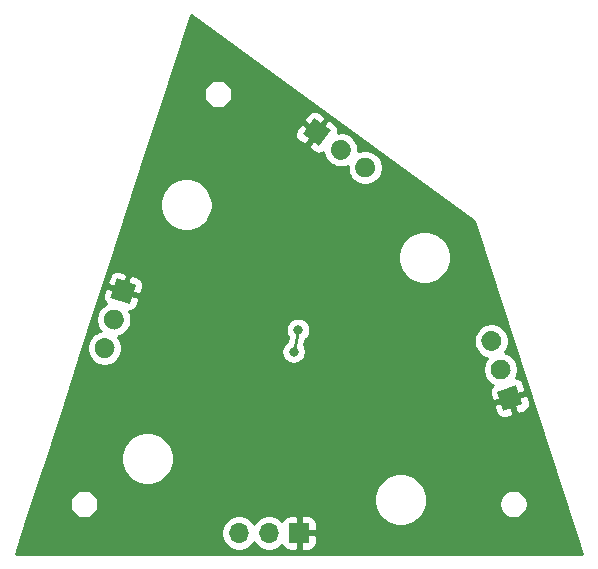
<source format=gbr>
%TF.GenerationSoftware,KiCad,Pcbnew,5.1.9*%
%TF.CreationDate,2021-01-25T14:03:35-05:00*%
%TF.ProjectId,penrosekite,70656e72-6f73-4656-9b69-74652e6b6963,rev?*%
%TF.SameCoordinates,Original*%
%TF.FileFunction,Copper,L2,Bot*%
%TF.FilePolarity,Positive*%
%FSLAX46Y46*%
G04 Gerber Fmt 4.6, Leading zero omitted, Abs format (unit mm)*
G04 Created by KiCad (PCBNEW 5.1.9) date 2021-01-25 14:03:35*
%MOMM*%
%LPD*%
G01*
G04 APERTURE LIST*
%TA.AperFunction,ComponentPad*%
%ADD10C,0.100000*%
%TD*%
%TA.AperFunction,ComponentPad*%
%ADD11R,1.700000X1.700000*%
%TD*%
%TA.AperFunction,ComponentPad*%
%ADD12O,1.700000X1.700000*%
%TD*%
%TA.AperFunction,ViaPad*%
%ADD13C,0.800000*%
%TD*%
%TA.AperFunction,Conductor*%
%ADD14C,0.250000*%
%TD*%
%TA.AperFunction,Conductor*%
%ADD15C,0.254000*%
%TD*%
%TA.AperFunction,Conductor*%
%ADD16C,0.100000*%
%TD*%
G04 APERTURE END LIST*
%TO.P,J1,3*%
%TO.N,Net-(D1-Pad2)*%
%TA.AperFunction,ComponentPad*%
G36*
G01*
X134957975Y-90311081D02*
X134957975Y-90311081D01*
G75*
G02*
X134769928Y-89123800I499617J687664D01*
G01*
X134769928Y-89123800D01*
G75*
G02*
X135957209Y-88935753I687664J-499617D01*
G01*
X135957209Y-88935753D01*
G75*
G02*
X136145256Y-90123034I-499617J-687664D01*
G01*
X136145256Y-90123034D01*
G75*
G02*
X134957975Y-90311081I-687664J499617D01*
G01*
G37*
%TD.AperFunction*%
%TO.P,J1,2*%
%TO.N,VCC*%
%TA.AperFunction,ComponentPad*%
G36*
G01*
X132903072Y-88818107D02*
X132903072Y-88818107D01*
G75*
G02*
X132715025Y-87630826I499617J687664D01*
G01*
X132715025Y-87630826D01*
G75*
G02*
X133902306Y-87442779I687664J-499617D01*
G01*
X133902306Y-87442779D01*
G75*
G02*
X134090353Y-88630060I-499617J-687664D01*
G01*
X134090353Y-88630060D01*
G75*
G02*
X132903072Y-88818107I-687664J499617D01*
G01*
G37*
%TD.AperFunction*%
%TA.AperFunction,ComponentPad*%
D10*
%TO.P,J1,1*%
%TO.N,GND*%
G36*
X131535833Y-87824750D02*
G01*
X130160504Y-86825515D01*
X131159739Y-85450186D01*
X132535068Y-86449421D01*
X131535833Y-87824750D01*
G37*
%TD.AperFunction*%
%TD*%
D11*
%TO.P,J2,1*%
%TO.N,GND*%
X129864584Y-120563941D03*
D12*
%TO.P,J2,2*%
%TO.N,VCC*%
X127324584Y-120563941D03*
%TO.P,J2,3*%
%TO.N,Net-(D2-Pad2)*%
X124784584Y-120563941D03*
%TD*%
%TA.AperFunction,ComponentPad*%
D10*
%TO.P,J3,1*%
%TO.N,GND*%
G36*
X148256663Y-108069166D02*
G01*
X148781991Y-109685962D01*
X147165195Y-110211290D01*
X146639867Y-108594494D01*
X148256663Y-108069166D01*
G37*
%TD.AperFunction*%
%TO.P,J3,2*%
%TO.N,VCC*%
%TA.AperFunction,ComponentPad*%
G36*
G01*
X147734424Y-106461880D02*
X147734424Y-106461880D01*
G75*
G02*
X147188690Y-107532942I-808398J-262664D01*
G01*
X147188690Y-107532942D01*
G75*
G02*
X146117628Y-106987208I-262664J808398D01*
G01*
X146117628Y-106987208D01*
G75*
G02*
X146663362Y-105916146I808398J262664D01*
G01*
X146663362Y-105916146D01*
G75*
G02*
X147734424Y-106461880I262664J-808398D01*
G01*
G37*
%TD.AperFunction*%
%TO.P,J3,3*%
%TO.N,Net-(D3-Pad4)*%
%TA.AperFunction,ComponentPad*%
G36*
G01*
X146949521Y-104046197D02*
X146949521Y-104046197D01*
G75*
G02*
X146403787Y-105117259I-808398J-262664D01*
G01*
X146403787Y-105117259D01*
G75*
G02*
X145332725Y-104571525I-262664J808398D01*
G01*
X145332725Y-104571525D01*
G75*
G02*
X145878459Y-103500463I808398J262664D01*
G01*
X145878459Y-103500463D01*
G75*
G02*
X146949521Y-104046197I262664J-808398D01*
G01*
G37*
%TD.AperFunction*%
%TD*%
%TO.P,J4,3*%
%TO.N,Net-(D4-Pad4)*%
%TA.AperFunction,ComponentPad*%
G36*
G01*
X112592545Y-104650301D02*
X112592545Y-104650301D01*
G75*
G02*
X113663607Y-104104567I808398J-262664D01*
G01*
X113663607Y-104104567D01*
G75*
G02*
X114209341Y-105175629I-262664J-808398D01*
G01*
X114209341Y-105175629D01*
G75*
G02*
X113138279Y-105721363I-808398J262664D01*
G01*
X113138279Y-105721363D01*
G75*
G02*
X112592545Y-104650301I262664J808398D01*
G01*
G37*
%TD.AperFunction*%
%TO.P,J4,2*%
%TO.N,VCC*%
%TA.AperFunction,ComponentPad*%
G36*
G01*
X113377448Y-102234618D02*
X113377448Y-102234618D01*
G75*
G02*
X114448510Y-101688884I808398J-262664D01*
G01*
X114448510Y-101688884D01*
G75*
G02*
X114994244Y-102759946I-262664J-808398D01*
G01*
X114994244Y-102759946D01*
G75*
G02*
X113923182Y-103305680I-808398J262664D01*
G01*
X113923182Y-103305680D01*
G75*
G02*
X113377448Y-102234618I262664J808398D01*
G01*
G37*
%TD.AperFunction*%
%TA.AperFunction,ComponentPad*%
%TO.P,J4,1*%
%TO.N,GND*%
G36*
X113899687Y-100627332D02*
G01*
X114425015Y-99010536D01*
X116041811Y-99535864D01*
X115516483Y-101152660D01*
X113899687Y-100627332D01*
G37*
%TD.AperFunction*%
%TD*%
D13*
%TO.N,GND*%
X114617500Y-107442000D03*
X120205500Y-101473000D03*
X124587000Y-115506500D03*
X128460500Y-116967000D03*
X141478000Y-109474000D03*
X130429000Y-90424000D03*
X132715000Y-93853000D03*
X143383000Y-104267000D03*
X125222000Y-108915200D03*
X134213600Y-100685600D03*
X136474200Y-108254800D03*
%TO.N,Net-(D3-Pad2)*%
X129794000Y-103378000D03*
X129413000Y-105219500D03*
%TD*%
D14*
%TO.N,Net-(D3-Pad2)*%
X129794000Y-103378000D02*
X129413000Y-105219500D01*
%TD*%
D15*
%TO.N,GND*%
X144690038Y-94139210D02*
X153849858Y-122314770D01*
X105879651Y-122339754D01*
X106504512Y-120417681D01*
X123299584Y-120417681D01*
X123299584Y-120710201D01*
X123356652Y-120997099D01*
X123468594Y-121267352D01*
X123631109Y-121510573D01*
X123837952Y-121717416D01*
X124081173Y-121879931D01*
X124351426Y-121991873D01*
X124638324Y-122048941D01*
X124930844Y-122048941D01*
X125217742Y-121991873D01*
X125487995Y-121879931D01*
X125731216Y-121717416D01*
X125938059Y-121510573D01*
X126054584Y-121336181D01*
X126171109Y-121510573D01*
X126377952Y-121717416D01*
X126621173Y-121879931D01*
X126891426Y-121991873D01*
X127178324Y-122048941D01*
X127470844Y-122048941D01*
X127757742Y-121991873D01*
X128027995Y-121879931D01*
X128271216Y-121717416D01*
X128403071Y-121585561D01*
X128425082Y-121658121D01*
X128484047Y-121768435D01*
X128563399Y-121865126D01*
X128660090Y-121944478D01*
X128770404Y-122003443D01*
X128890102Y-122039753D01*
X129014584Y-122052013D01*
X129578834Y-122048941D01*
X129737584Y-121890191D01*
X129737584Y-120690941D01*
X129991584Y-120690941D01*
X129991584Y-121890191D01*
X130150334Y-122048941D01*
X130714584Y-122052013D01*
X130839066Y-122039753D01*
X130958764Y-122003443D01*
X131069078Y-121944478D01*
X131165769Y-121865126D01*
X131245121Y-121768435D01*
X131304086Y-121658121D01*
X131340396Y-121538423D01*
X131352656Y-121413941D01*
X131349584Y-120849691D01*
X131190834Y-120690941D01*
X129991584Y-120690941D01*
X129737584Y-120690941D01*
X129717584Y-120690941D01*
X129717584Y-120436941D01*
X129737584Y-120436941D01*
X129737584Y-119237691D01*
X129991584Y-119237691D01*
X129991584Y-120436941D01*
X131190834Y-120436941D01*
X131349584Y-120278191D01*
X131352656Y-119713941D01*
X131340396Y-119589459D01*
X131304086Y-119469761D01*
X131245121Y-119359447D01*
X131165769Y-119262756D01*
X131069078Y-119183404D01*
X130958764Y-119124439D01*
X130839066Y-119088129D01*
X130714584Y-119075869D01*
X130150334Y-119078941D01*
X129991584Y-119237691D01*
X129737584Y-119237691D01*
X129578834Y-119078941D01*
X129014584Y-119075869D01*
X128890102Y-119088129D01*
X128770404Y-119124439D01*
X128660090Y-119183404D01*
X128563399Y-119262756D01*
X128484047Y-119359447D01*
X128425082Y-119469761D01*
X128403071Y-119542321D01*
X128271216Y-119410466D01*
X128027995Y-119247951D01*
X127757742Y-119136009D01*
X127470844Y-119078941D01*
X127178324Y-119078941D01*
X126891426Y-119136009D01*
X126621173Y-119247951D01*
X126377952Y-119410466D01*
X126171109Y-119617309D01*
X126054584Y-119791701D01*
X125938059Y-119617309D01*
X125731216Y-119410466D01*
X125487995Y-119247951D01*
X125217742Y-119136009D01*
X124930844Y-119078941D01*
X124638324Y-119078941D01*
X124351426Y-119136009D01*
X124081173Y-119247951D01*
X123837952Y-119410466D01*
X123631109Y-119617309D01*
X123468594Y-119860530D01*
X123356652Y-120130783D01*
X123299584Y-120417681D01*
X106504512Y-120417681D01*
X107293478Y-117990825D01*
X110448400Y-117990825D01*
X110448400Y-118229175D01*
X110494899Y-118462944D01*
X110586112Y-118683150D01*
X110718531Y-118881330D01*
X110887070Y-119049869D01*
X111085250Y-119182288D01*
X111305456Y-119273501D01*
X111539225Y-119320000D01*
X111777575Y-119320000D01*
X112011344Y-119273501D01*
X112231550Y-119182288D01*
X112429730Y-119049869D01*
X112598269Y-118881330D01*
X112730688Y-118683150D01*
X112821901Y-118462944D01*
X112868400Y-118229175D01*
X112868400Y-117990825D01*
X112821901Y-117757056D01*
X112730688Y-117536850D01*
X112730376Y-117536382D01*
X136214071Y-117536382D01*
X136214071Y-117976638D01*
X136299961Y-118408435D01*
X136468440Y-118815179D01*
X136713033Y-119181239D01*
X137024342Y-119492548D01*
X137390402Y-119737141D01*
X137797146Y-119905620D01*
X138228943Y-119991510D01*
X138669199Y-119991510D01*
X139100996Y-119905620D01*
X139507740Y-119737141D01*
X139873800Y-119492548D01*
X140185109Y-119181239D01*
X140429702Y-118815179D01*
X140598181Y-118408435D01*
X140681249Y-117990825D01*
X146795800Y-117990825D01*
X146795800Y-118229175D01*
X146842299Y-118462944D01*
X146933512Y-118683150D01*
X147065931Y-118881330D01*
X147234470Y-119049869D01*
X147432650Y-119182288D01*
X147652856Y-119273501D01*
X147886625Y-119320000D01*
X148124975Y-119320000D01*
X148358744Y-119273501D01*
X148578950Y-119182288D01*
X148777130Y-119049869D01*
X148945669Y-118881330D01*
X149078088Y-118683150D01*
X149169301Y-118462944D01*
X149215800Y-118229175D01*
X149215800Y-117990825D01*
X149169301Y-117757056D01*
X149078088Y-117536850D01*
X148945669Y-117338670D01*
X148777130Y-117170131D01*
X148578950Y-117037712D01*
X148358744Y-116946499D01*
X148124975Y-116900000D01*
X147886625Y-116900000D01*
X147652856Y-116946499D01*
X147432650Y-117037712D01*
X147234470Y-117170131D01*
X147065931Y-117338670D01*
X146933512Y-117536850D01*
X146842299Y-117757056D01*
X146795800Y-117990825D01*
X140681249Y-117990825D01*
X140684071Y-117976638D01*
X140684071Y-117536382D01*
X140598181Y-117104585D01*
X140429702Y-116697841D01*
X140185109Y-116331781D01*
X139873800Y-116020472D01*
X139507740Y-115775879D01*
X139100996Y-115607400D01*
X138669199Y-115521510D01*
X138228943Y-115521510D01*
X137797146Y-115607400D01*
X137390402Y-115775879D01*
X137024342Y-116020472D01*
X136713033Y-116331781D01*
X136468440Y-116697841D01*
X136299961Y-117104585D01*
X136214071Y-117536382D01*
X112730376Y-117536382D01*
X112598269Y-117338670D01*
X112429730Y-117170131D01*
X112231550Y-117037712D01*
X112011344Y-116946499D01*
X111777575Y-116900000D01*
X111539225Y-116900000D01*
X111305456Y-116946499D01*
X111085250Y-117037712D01*
X110887070Y-117170131D01*
X110718531Y-117338670D01*
X110586112Y-117536850D01*
X110494899Y-117757056D01*
X110448400Y-117990825D01*
X107293478Y-117990825D01*
X108578410Y-114038375D01*
X114767922Y-114038375D01*
X114767922Y-114478631D01*
X114853812Y-114910428D01*
X115022291Y-115317172D01*
X115266884Y-115683232D01*
X115578193Y-115994541D01*
X115944253Y-116239134D01*
X116350997Y-116407613D01*
X116782794Y-116493503D01*
X117223050Y-116493503D01*
X117654847Y-116407613D01*
X118061591Y-116239134D01*
X118427651Y-115994541D01*
X118738960Y-115683232D01*
X118983553Y-115317172D01*
X119152032Y-114910428D01*
X119237922Y-114478631D01*
X119237922Y-114038375D01*
X119152032Y-113606578D01*
X118983553Y-113199834D01*
X118738960Y-112833774D01*
X118427651Y-112522465D01*
X118061591Y-112277872D01*
X117654847Y-112109393D01*
X117223050Y-112023503D01*
X116782794Y-112023503D01*
X116350997Y-112109393D01*
X115944253Y-112277872D01*
X115578193Y-112522465D01*
X115266884Y-112833774D01*
X115022291Y-113199834D01*
X114853812Y-113606578D01*
X114767922Y-114038375D01*
X108578410Y-114038375D01*
X109933252Y-109870883D01*
X146386912Y-109870883D01*
X146558353Y-110408466D01*
X146608480Y-110523066D01*
X146680001Y-110625686D01*
X146770169Y-110712379D01*
X146875517Y-110779817D01*
X146991997Y-110825406D01*
X147115133Y-110847396D01*
X147240193Y-110844940D01*
X147362370Y-110818133D01*
X147898055Y-110640849D01*
X147999979Y-110440812D01*
X147629390Y-109300257D01*
X146488835Y-109670846D01*
X146386912Y-109870883D01*
X109933252Y-109870883D01*
X111592609Y-104766705D01*
X111915943Y-104766705D01*
X111915943Y-105059225D01*
X111973011Y-105346123D01*
X112084953Y-105616376D01*
X112247468Y-105859597D01*
X112454311Y-106066440D01*
X112697532Y-106228955D01*
X112967785Y-106340897D01*
X113254683Y-106397965D01*
X113547203Y-106397965D01*
X113834101Y-106340897D01*
X114104354Y-106228955D01*
X114347575Y-106066440D01*
X114554418Y-105859597D01*
X114716933Y-105616376D01*
X114828875Y-105346123D01*
X114874339Y-105117561D01*
X128378000Y-105117561D01*
X128378000Y-105321439D01*
X128417774Y-105521398D01*
X128495795Y-105709756D01*
X128609063Y-105879274D01*
X128753226Y-106023437D01*
X128922744Y-106136705D01*
X129111102Y-106214726D01*
X129311061Y-106254500D01*
X129514939Y-106254500D01*
X129714898Y-106214726D01*
X129903256Y-106136705D01*
X130072774Y-106023437D01*
X130216937Y-105879274D01*
X130330205Y-105709756D01*
X130408226Y-105521398D01*
X130448000Y-105321439D01*
X130448000Y-105117561D01*
X130408226Y-104917602D01*
X130330205Y-104729244D01*
X130299909Y-104683902D01*
X130395741Y-104220713D01*
X130453774Y-104181937D01*
X130473110Y-104162601D01*
X144656123Y-104162601D01*
X144656123Y-104455121D01*
X144713191Y-104742019D01*
X144825133Y-105012272D01*
X144987648Y-105255493D01*
X145194491Y-105462336D01*
X145437712Y-105624851D01*
X145707965Y-105736793D01*
X145796132Y-105754331D01*
X145772551Y-105777912D01*
X145610036Y-106021133D01*
X145498094Y-106291386D01*
X145441026Y-106578284D01*
X145441026Y-106870804D01*
X145498094Y-107157702D01*
X145610036Y-107427955D01*
X145772551Y-107671176D01*
X145979394Y-107878019D01*
X146222615Y-108040534D01*
X146286293Y-108066910D01*
X146225471Y-108109300D01*
X146138778Y-108199468D01*
X146071340Y-108304816D01*
X146025751Y-108421296D01*
X146003761Y-108544432D01*
X146006217Y-108669492D01*
X146033024Y-108791669D01*
X146210308Y-109327354D01*
X146410345Y-109429278D01*
X147048997Y-109221767D01*
X147870958Y-109221767D01*
X148241547Y-110362322D01*
X148441584Y-110464245D01*
X148979167Y-110292804D01*
X149093767Y-110242677D01*
X149196387Y-110171156D01*
X149283080Y-110080988D01*
X149350518Y-109975640D01*
X149396107Y-109859160D01*
X149418097Y-109736024D01*
X149415641Y-109610964D01*
X149388834Y-109488787D01*
X149211550Y-108953102D01*
X149011513Y-108851178D01*
X147870958Y-109221767D01*
X147048997Y-109221767D01*
X147550900Y-109058689D01*
X147544719Y-109039667D01*
X147786288Y-108961178D01*
X147792468Y-108980199D01*
X148933023Y-108609610D01*
X149034946Y-108409573D01*
X148863505Y-107871990D01*
X148813378Y-107757390D01*
X148741857Y-107654770D01*
X148651689Y-107568077D01*
X148546341Y-107500639D01*
X148429861Y-107455050D01*
X148306725Y-107433060D01*
X148237699Y-107434416D01*
X148242016Y-107427955D01*
X148353958Y-107157702D01*
X148411026Y-106870804D01*
X148411026Y-106578284D01*
X148353958Y-106291386D01*
X148242016Y-106021133D01*
X148079501Y-105777912D01*
X147872658Y-105571069D01*
X147629437Y-105408554D01*
X147359184Y-105296612D01*
X147271017Y-105279074D01*
X147294598Y-105255493D01*
X147457113Y-105012272D01*
X147569055Y-104742019D01*
X147626123Y-104455121D01*
X147626123Y-104162601D01*
X147569055Y-103875703D01*
X147457113Y-103605450D01*
X147294598Y-103362229D01*
X147087755Y-103155386D01*
X146844534Y-102992871D01*
X146574281Y-102880929D01*
X146287383Y-102823861D01*
X145994863Y-102823861D01*
X145707965Y-102880929D01*
X145437712Y-102992871D01*
X145194491Y-103155386D01*
X144987648Y-103362229D01*
X144825133Y-103605450D01*
X144713191Y-103875703D01*
X144656123Y-104162601D01*
X130473110Y-104162601D01*
X130597937Y-104037774D01*
X130711205Y-103868256D01*
X130789226Y-103679898D01*
X130829000Y-103479939D01*
X130829000Y-103276061D01*
X130789226Y-103076102D01*
X130711205Y-102887744D01*
X130597937Y-102718226D01*
X130453774Y-102574063D01*
X130284256Y-102460795D01*
X130095898Y-102382774D01*
X129895939Y-102343000D01*
X129692061Y-102343000D01*
X129492102Y-102382774D01*
X129303744Y-102460795D01*
X129134226Y-102574063D01*
X128990063Y-102718226D01*
X128876795Y-102887744D01*
X128798774Y-103076102D01*
X128759000Y-103276061D01*
X128759000Y-103479939D01*
X128798774Y-103679898D01*
X128876795Y-103868256D01*
X128907091Y-103913598D01*
X128811259Y-104376787D01*
X128753226Y-104415563D01*
X128609063Y-104559726D01*
X128495795Y-104729244D01*
X128417774Y-104917602D01*
X128378000Y-105117561D01*
X114874339Y-105117561D01*
X114885943Y-105059225D01*
X114885943Y-104766705D01*
X114828875Y-104479807D01*
X114716933Y-104209554D01*
X114554418Y-103966333D01*
X114530837Y-103942752D01*
X114619004Y-103925214D01*
X114889257Y-103813272D01*
X115132478Y-103650757D01*
X115339321Y-103443914D01*
X115501836Y-103200693D01*
X115613778Y-102930440D01*
X115670846Y-102643542D01*
X115670846Y-102351022D01*
X115613778Y-102064124D01*
X115501836Y-101793871D01*
X115497519Y-101787410D01*
X115566545Y-101788766D01*
X115689681Y-101766776D01*
X115806161Y-101721187D01*
X115911509Y-101653749D01*
X116001677Y-101567056D01*
X116073198Y-101464436D01*
X116123325Y-101349836D01*
X116294766Y-100812253D01*
X116192843Y-100612216D01*
X115052288Y-100241627D01*
X115046108Y-100260648D01*
X114804539Y-100182159D01*
X114810720Y-100163137D01*
X114308818Y-100000059D01*
X115130778Y-100000059D01*
X116271333Y-100370648D01*
X116471370Y-100268724D01*
X116648654Y-99733039D01*
X116675461Y-99610862D01*
X116677917Y-99485802D01*
X116655927Y-99362666D01*
X116610338Y-99246186D01*
X116542900Y-99140838D01*
X116456207Y-99050670D01*
X116353587Y-98979149D01*
X116238987Y-98929022D01*
X115701404Y-98757581D01*
X115501367Y-98859504D01*
X115130778Y-100000059D01*
X114308818Y-100000059D01*
X113670165Y-99792548D01*
X113470128Y-99894472D01*
X113292844Y-100430157D01*
X113266037Y-100552334D01*
X113263581Y-100677394D01*
X113285571Y-100800530D01*
X113331160Y-100917010D01*
X113398598Y-101022358D01*
X113485291Y-101112526D01*
X113546113Y-101154916D01*
X113482435Y-101181292D01*
X113239214Y-101343807D01*
X113032371Y-101550650D01*
X112869856Y-101793871D01*
X112757914Y-102064124D01*
X112700846Y-102351022D01*
X112700846Y-102643542D01*
X112757914Y-102930440D01*
X112869856Y-103200693D01*
X113032371Y-103443914D01*
X113055952Y-103467495D01*
X112967785Y-103485033D01*
X112697532Y-103596975D01*
X112454311Y-103759490D01*
X112247468Y-103966333D01*
X112084953Y-104209554D01*
X111973011Y-104479807D01*
X111915943Y-104766705D01*
X111592609Y-104766705D01*
X113353261Y-99350943D01*
X113646732Y-99350943D01*
X113748655Y-99550980D01*
X114889210Y-99921569D01*
X115259799Y-98781014D01*
X115157875Y-98580977D01*
X114622190Y-98403693D01*
X114500013Y-98376886D01*
X114374953Y-98374430D01*
X114251817Y-98396420D01*
X114135337Y-98442009D01*
X114029989Y-98509447D01*
X113939821Y-98596140D01*
X113868300Y-98698760D01*
X113818173Y-98813360D01*
X113646732Y-99350943D01*
X113353261Y-99350943D01*
X114119952Y-96992602D01*
X138229415Y-96992602D01*
X138229415Y-97432858D01*
X138315305Y-97864655D01*
X138483784Y-98271399D01*
X138728377Y-98637459D01*
X139039686Y-98948768D01*
X139405746Y-99193361D01*
X139812490Y-99361840D01*
X140244287Y-99447730D01*
X140684543Y-99447730D01*
X141116340Y-99361840D01*
X141523084Y-99193361D01*
X141889144Y-98948768D01*
X142200453Y-98637459D01*
X142445046Y-98271399D01*
X142613525Y-97864655D01*
X142699415Y-97432858D01*
X142699415Y-96992602D01*
X142613525Y-96560805D01*
X142445046Y-96154061D01*
X142200453Y-95788001D01*
X141889144Y-95476692D01*
X141523084Y-95232099D01*
X141116340Y-95063620D01*
X140684543Y-94977730D01*
X140244287Y-94977730D01*
X139812490Y-95063620D01*
X139405746Y-95232099D01*
X139039686Y-95476692D01*
X138728377Y-95788001D01*
X138483784Y-96154061D01*
X138315305Y-96560805D01*
X138229415Y-96992602D01*
X114119952Y-96992602D01*
X115560678Y-92560932D01*
X118068344Y-92560932D01*
X118068344Y-93001188D01*
X118154234Y-93432985D01*
X118322713Y-93839729D01*
X118567306Y-94205789D01*
X118878615Y-94517098D01*
X119244675Y-94761691D01*
X119651419Y-94930170D01*
X120083216Y-95016060D01*
X120523472Y-95016060D01*
X120955269Y-94930170D01*
X121362013Y-94761691D01*
X121728073Y-94517098D01*
X122039382Y-94205789D01*
X122283975Y-93839729D01*
X122452454Y-93432985D01*
X122538344Y-93001188D01*
X122538344Y-92560932D01*
X122452454Y-92129135D01*
X122283975Y-91722391D01*
X122039382Y-91356331D01*
X121728073Y-91045022D01*
X121362013Y-90800429D01*
X120955269Y-90631950D01*
X120523472Y-90546060D01*
X120083216Y-90546060D01*
X119651419Y-90631950D01*
X119244675Y-90800429D01*
X118878615Y-91045022D01*
X118567306Y-91356331D01*
X118322713Y-91722391D01*
X118154234Y-92129135D01*
X118068344Y-92560932D01*
X115560678Y-92560932D01*
X117113298Y-87785076D01*
X130670981Y-87785076D01*
X130706102Y-88006818D01*
X131160784Y-88340961D01*
X131268698Y-88404211D01*
X131386878Y-88445192D01*
X131510783Y-88462330D01*
X131635649Y-88454966D01*
X131756680Y-88423383D01*
X131869225Y-88368796D01*
X131927268Y-88324859D01*
X131974757Y-88563601D01*
X132086699Y-88833854D01*
X132249214Y-89077075D01*
X132456057Y-89283918D01*
X132699278Y-89446433D01*
X132969531Y-89558375D01*
X133256429Y-89615443D01*
X133548949Y-89615443D01*
X133835847Y-89558375D01*
X133972592Y-89501734D01*
X133972592Y-89769677D01*
X134029660Y-90056575D01*
X134141602Y-90326828D01*
X134304117Y-90570049D01*
X134510960Y-90776892D01*
X134754181Y-90939407D01*
X135024434Y-91051349D01*
X135311332Y-91108417D01*
X135603852Y-91108417D01*
X135890750Y-91051349D01*
X136161003Y-90939407D01*
X136404224Y-90776892D01*
X136611067Y-90570049D01*
X136773582Y-90326828D01*
X136885524Y-90056575D01*
X136942592Y-89769677D01*
X136942592Y-89477157D01*
X136885524Y-89190259D01*
X136773582Y-88920006D01*
X136611067Y-88676785D01*
X136404224Y-88469942D01*
X136161003Y-88307427D01*
X135890750Y-88195485D01*
X135603852Y-88138417D01*
X135311332Y-88138417D01*
X135024434Y-88195485D01*
X134887689Y-88252126D01*
X134887689Y-87984183D01*
X134830621Y-87697285D01*
X134718679Y-87427032D01*
X134556164Y-87183811D01*
X134349321Y-86976968D01*
X134106100Y-86814453D01*
X133835847Y-86702511D01*
X133548949Y-86645443D01*
X133256429Y-86645443D01*
X133130503Y-86670491D01*
X133155510Y-86598376D01*
X133172648Y-86474471D01*
X133165284Y-86349605D01*
X133133701Y-86228574D01*
X133079114Y-86116029D01*
X133003619Y-86016297D01*
X132910117Y-85933210D01*
X132451824Y-85604037D01*
X132230081Y-85639158D01*
X131525180Y-86609372D01*
X131541360Y-86621127D01*
X131392063Y-86826618D01*
X131375882Y-86814862D01*
X130670981Y-87785076D01*
X117113298Y-87785076D01*
X117433393Y-86800465D01*
X129522924Y-86800465D01*
X129530288Y-86925331D01*
X129561871Y-87046362D01*
X129616458Y-87158907D01*
X129691953Y-87258639D01*
X129785455Y-87341726D01*
X130243748Y-87670899D01*
X130465491Y-87635778D01*
X131170392Y-86665564D01*
X130200178Y-85960663D01*
X129978436Y-85995784D01*
X129644293Y-86450466D01*
X129581043Y-86558380D01*
X129540062Y-86676560D01*
X129522924Y-86800465D01*
X117433393Y-86800465D01*
X117845303Y-85533430D01*
X130314355Y-85533430D01*
X130349476Y-85755173D01*
X131319690Y-86460074D01*
X132024591Y-85489860D01*
X131989470Y-85268118D01*
X131534788Y-84933975D01*
X131426874Y-84870725D01*
X131308694Y-84829744D01*
X131184789Y-84812606D01*
X131059923Y-84819970D01*
X130938892Y-84851553D01*
X130826347Y-84906140D01*
X130726615Y-84981635D01*
X130643528Y-85075137D01*
X130314355Y-85533430D01*
X117845303Y-85533430D01*
X118581457Y-83269025D01*
X121802200Y-83269025D01*
X121802200Y-83507375D01*
X121848699Y-83741144D01*
X121939912Y-83961350D01*
X122072331Y-84159530D01*
X122240870Y-84328069D01*
X122439050Y-84460488D01*
X122659256Y-84551701D01*
X122893025Y-84598200D01*
X123131375Y-84598200D01*
X123365144Y-84551701D01*
X123585350Y-84460488D01*
X123783530Y-84328069D01*
X123952069Y-84159530D01*
X124084488Y-83961350D01*
X124175701Y-83741144D01*
X124222200Y-83507375D01*
X124222200Y-83269025D01*
X124175701Y-83035256D01*
X124084488Y-82815050D01*
X123952069Y-82616870D01*
X123783530Y-82448331D01*
X123585350Y-82315912D01*
X123365144Y-82224699D01*
X123131375Y-82178200D01*
X122893025Y-82178200D01*
X122659256Y-82224699D01*
X122439050Y-82315912D01*
X122240870Y-82448331D01*
X122072331Y-82616870D01*
X121939912Y-82815050D01*
X121848699Y-83035256D01*
X121802200Y-83269025D01*
X118581457Y-83269025D01*
X120705684Y-76734910D01*
X144690038Y-94139210D01*
%TA.AperFunction,Conductor*%
D16*
G36*
X144690038Y-94139210D02*
G01*
X153849858Y-122314770D01*
X105879651Y-122339754D01*
X106504512Y-120417681D01*
X123299584Y-120417681D01*
X123299584Y-120710201D01*
X123356652Y-120997099D01*
X123468594Y-121267352D01*
X123631109Y-121510573D01*
X123837952Y-121717416D01*
X124081173Y-121879931D01*
X124351426Y-121991873D01*
X124638324Y-122048941D01*
X124930844Y-122048941D01*
X125217742Y-121991873D01*
X125487995Y-121879931D01*
X125731216Y-121717416D01*
X125938059Y-121510573D01*
X126054584Y-121336181D01*
X126171109Y-121510573D01*
X126377952Y-121717416D01*
X126621173Y-121879931D01*
X126891426Y-121991873D01*
X127178324Y-122048941D01*
X127470844Y-122048941D01*
X127757742Y-121991873D01*
X128027995Y-121879931D01*
X128271216Y-121717416D01*
X128403071Y-121585561D01*
X128425082Y-121658121D01*
X128484047Y-121768435D01*
X128563399Y-121865126D01*
X128660090Y-121944478D01*
X128770404Y-122003443D01*
X128890102Y-122039753D01*
X129014584Y-122052013D01*
X129578834Y-122048941D01*
X129737584Y-121890191D01*
X129737584Y-120690941D01*
X129991584Y-120690941D01*
X129991584Y-121890191D01*
X130150334Y-122048941D01*
X130714584Y-122052013D01*
X130839066Y-122039753D01*
X130958764Y-122003443D01*
X131069078Y-121944478D01*
X131165769Y-121865126D01*
X131245121Y-121768435D01*
X131304086Y-121658121D01*
X131340396Y-121538423D01*
X131352656Y-121413941D01*
X131349584Y-120849691D01*
X131190834Y-120690941D01*
X129991584Y-120690941D01*
X129737584Y-120690941D01*
X129717584Y-120690941D01*
X129717584Y-120436941D01*
X129737584Y-120436941D01*
X129737584Y-119237691D01*
X129991584Y-119237691D01*
X129991584Y-120436941D01*
X131190834Y-120436941D01*
X131349584Y-120278191D01*
X131352656Y-119713941D01*
X131340396Y-119589459D01*
X131304086Y-119469761D01*
X131245121Y-119359447D01*
X131165769Y-119262756D01*
X131069078Y-119183404D01*
X130958764Y-119124439D01*
X130839066Y-119088129D01*
X130714584Y-119075869D01*
X130150334Y-119078941D01*
X129991584Y-119237691D01*
X129737584Y-119237691D01*
X129578834Y-119078941D01*
X129014584Y-119075869D01*
X128890102Y-119088129D01*
X128770404Y-119124439D01*
X128660090Y-119183404D01*
X128563399Y-119262756D01*
X128484047Y-119359447D01*
X128425082Y-119469761D01*
X128403071Y-119542321D01*
X128271216Y-119410466D01*
X128027995Y-119247951D01*
X127757742Y-119136009D01*
X127470844Y-119078941D01*
X127178324Y-119078941D01*
X126891426Y-119136009D01*
X126621173Y-119247951D01*
X126377952Y-119410466D01*
X126171109Y-119617309D01*
X126054584Y-119791701D01*
X125938059Y-119617309D01*
X125731216Y-119410466D01*
X125487995Y-119247951D01*
X125217742Y-119136009D01*
X124930844Y-119078941D01*
X124638324Y-119078941D01*
X124351426Y-119136009D01*
X124081173Y-119247951D01*
X123837952Y-119410466D01*
X123631109Y-119617309D01*
X123468594Y-119860530D01*
X123356652Y-120130783D01*
X123299584Y-120417681D01*
X106504512Y-120417681D01*
X107293478Y-117990825D01*
X110448400Y-117990825D01*
X110448400Y-118229175D01*
X110494899Y-118462944D01*
X110586112Y-118683150D01*
X110718531Y-118881330D01*
X110887070Y-119049869D01*
X111085250Y-119182288D01*
X111305456Y-119273501D01*
X111539225Y-119320000D01*
X111777575Y-119320000D01*
X112011344Y-119273501D01*
X112231550Y-119182288D01*
X112429730Y-119049869D01*
X112598269Y-118881330D01*
X112730688Y-118683150D01*
X112821901Y-118462944D01*
X112868400Y-118229175D01*
X112868400Y-117990825D01*
X112821901Y-117757056D01*
X112730688Y-117536850D01*
X112730376Y-117536382D01*
X136214071Y-117536382D01*
X136214071Y-117976638D01*
X136299961Y-118408435D01*
X136468440Y-118815179D01*
X136713033Y-119181239D01*
X137024342Y-119492548D01*
X137390402Y-119737141D01*
X137797146Y-119905620D01*
X138228943Y-119991510D01*
X138669199Y-119991510D01*
X139100996Y-119905620D01*
X139507740Y-119737141D01*
X139873800Y-119492548D01*
X140185109Y-119181239D01*
X140429702Y-118815179D01*
X140598181Y-118408435D01*
X140681249Y-117990825D01*
X146795800Y-117990825D01*
X146795800Y-118229175D01*
X146842299Y-118462944D01*
X146933512Y-118683150D01*
X147065931Y-118881330D01*
X147234470Y-119049869D01*
X147432650Y-119182288D01*
X147652856Y-119273501D01*
X147886625Y-119320000D01*
X148124975Y-119320000D01*
X148358744Y-119273501D01*
X148578950Y-119182288D01*
X148777130Y-119049869D01*
X148945669Y-118881330D01*
X149078088Y-118683150D01*
X149169301Y-118462944D01*
X149215800Y-118229175D01*
X149215800Y-117990825D01*
X149169301Y-117757056D01*
X149078088Y-117536850D01*
X148945669Y-117338670D01*
X148777130Y-117170131D01*
X148578950Y-117037712D01*
X148358744Y-116946499D01*
X148124975Y-116900000D01*
X147886625Y-116900000D01*
X147652856Y-116946499D01*
X147432650Y-117037712D01*
X147234470Y-117170131D01*
X147065931Y-117338670D01*
X146933512Y-117536850D01*
X146842299Y-117757056D01*
X146795800Y-117990825D01*
X140681249Y-117990825D01*
X140684071Y-117976638D01*
X140684071Y-117536382D01*
X140598181Y-117104585D01*
X140429702Y-116697841D01*
X140185109Y-116331781D01*
X139873800Y-116020472D01*
X139507740Y-115775879D01*
X139100996Y-115607400D01*
X138669199Y-115521510D01*
X138228943Y-115521510D01*
X137797146Y-115607400D01*
X137390402Y-115775879D01*
X137024342Y-116020472D01*
X136713033Y-116331781D01*
X136468440Y-116697841D01*
X136299961Y-117104585D01*
X136214071Y-117536382D01*
X112730376Y-117536382D01*
X112598269Y-117338670D01*
X112429730Y-117170131D01*
X112231550Y-117037712D01*
X112011344Y-116946499D01*
X111777575Y-116900000D01*
X111539225Y-116900000D01*
X111305456Y-116946499D01*
X111085250Y-117037712D01*
X110887070Y-117170131D01*
X110718531Y-117338670D01*
X110586112Y-117536850D01*
X110494899Y-117757056D01*
X110448400Y-117990825D01*
X107293478Y-117990825D01*
X108578410Y-114038375D01*
X114767922Y-114038375D01*
X114767922Y-114478631D01*
X114853812Y-114910428D01*
X115022291Y-115317172D01*
X115266884Y-115683232D01*
X115578193Y-115994541D01*
X115944253Y-116239134D01*
X116350997Y-116407613D01*
X116782794Y-116493503D01*
X117223050Y-116493503D01*
X117654847Y-116407613D01*
X118061591Y-116239134D01*
X118427651Y-115994541D01*
X118738960Y-115683232D01*
X118983553Y-115317172D01*
X119152032Y-114910428D01*
X119237922Y-114478631D01*
X119237922Y-114038375D01*
X119152032Y-113606578D01*
X118983553Y-113199834D01*
X118738960Y-112833774D01*
X118427651Y-112522465D01*
X118061591Y-112277872D01*
X117654847Y-112109393D01*
X117223050Y-112023503D01*
X116782794Y-112023503D01*
X116350997Y-112109393D01*
X115944253Y-112277872D01*
X115578193Y-112522465D01*
X115266884Y-112833774D01*
X115022291Y-113199834D01*
X114853812Y-113606578D01*
X114767922Y-114038375D01*
X108578410Y-114038375D01*
X109933252Y-109870883D01*
X146386912Y-109870883D01*
X146558353Y-110408466D01*
X146608480Y-110523066D01*
X146680001Y-110625686D01*
X146770169Y-110712379D01*
X146875517Y-110779817D01*
X146991997Y-110825406D01*
X147115133Y-110847396D01*
X147240193Y-110844940D01*
X147362370Y-110818133D01*
X147898055Y-110640849D01*
X147999979Y-110440812D01*
X147629390Y-109300257D01*
X146488835Y-109670846D01*
X146386912Y-109870883D01*
X109933252Y-109870883D01*
X111592609Y-104766705D01*
X111915943Y-104766705D01*
X111915943Y-105059225D01*
X111973011Y-105346123D01*
X112084953Y-105616376D01*
X112247468Y-105859597D01*
X112454311Y-106066440D01*
X112697532Y-106228955D01*
X112967785Y-106340897D01*
X113254683Y-106397965D01*
X113547203Y-106397965D01*
X113834101Y-106340897D01*
X114104354Y-106228955D01*
X114347575Y-106066440D01*
X114554418Y-105859597D01*
X114716933Y-105616376D01*
X114828875Y-105346123D01*
X114874339Y-105117561D01*
X128378000Y-105117561D01*
X128378000Y-105321439D01*
X128417774Y-105521398D01*
X128495795Y-105709756D01*
X128609063Y-105879274D01*
X128753226Y-106023437D01*
X128922744Y-106136705D01*
X129111102Y-106214726D01*
X129311061Y-106254500D01*
X129514939Y-106254500D01*
X129714898Y-106214726D01*
X129903256Y-106136705D01*
X130072774Y-106023437D01*
X130216937Y-105879274D01*
X130330205Y-105709756D01*
X130408226Y-105521398D01*
X130448000Y-105321439D01*
X130448000Y-105117561D01*
X130408226Y-104917602D01*
X130330205Y-104729244D01*
X130299909Y-104683902D01*
X130395741Y-104220713D01*
X130453774Y-104181937D01*
X130473110Y-104162601D01*
X144656123Y-104162601D01*
X144656123Y-104455121D01*
X144713191Y-104742019D01*
X144825133Y-105012272D01*
X144987648Y-105255493D01*
X145194491Y-105462336D01*
X145437712Y-105624851D01*
X145707965Y-105736793D01*
X145796132Y-105754331D01*
X145772551Y-105777912D01*
X145610036Y-106021133D01*
X145498094Y-106291386D01*
X145441026Y-106578284D01*
X145441026Y-106870804D01*
X145498094Y-107157702D01*
X145610036Y-107427955D01*
X145772551Y-107671176D01*
X145979394Y-107878019D01*
X146222615Y-108040534D01*
X146286293Y-108066910D01*
X146225471Y-108109300D01*
X146138778Y-108199468D01*
X146071340Y-108304816D01*
X146025751Y-108421296D01*
X146003761Y-108544432D01*
X146006217Y-108669492D01*
X146033024Y-108791669D01*
X146210308Y-109327354D01*
X146410345Y-109429278D01*
X147048997Y-109221767D01*
X147870958Y-109221767D01*
X148241547Y-110362322D01*
X148441584Y-110464245D01*
X148979167Y-110292804D01*
X149093767Y-110242677D01*
X149196387Y-110171156D01*
X149283080Y-110080988D01*
X149350518Y-109975640D01*
X149396107Y-109859160D01*
X149418097Y-109736024D01*
X149415641Y-109610964D01*
X149388834Y-109488787D01*
X149211550Y-108953102D01*
X149011513Y-108851178D01*
X147870958Y-109221767D01*
X147048997Y-109221767D01*
X147550900Y-109058689D01*
X147544719Y-109039667D01*
X147786288Y-108961178D01*
X147792468Y-108980199D01*
X148933023Y-108609610D01*
X149034946Y-108409573D01*
X148863505Y-107871990D01*
X148813378Y-107757390D01*
X148741857Y-107654770D01*
X148651689Y-107568077D01*
X148546341Y-107500639D01*
X148429861Y-107455050D01*
X148306725Y-107433060D01*
X148237699Y-107434416D01*
X148242016Y-107427955D01*
X148353958Y-107157702D01*
X148411026Y-106870804D01*
X148411026Y-106578284D01*
X148353958Y-106291386D01*
X148242016Y-106021133D01*
X148079501Y-105777912D01*
X147872658Y-105571069D01*
X147629437Y-105408554D01*
X147359184Y-105296612D01*
X147271017Y-105279074D01*
X147294598Y-105255493D01*
X147457113Y-105012272D01*
X147569055Y-104742019D01*
X147626123Y-104455121D01*
X147626123Y-104162601D01*
X147569055Y-103875703D01*
X147457113Y-103605450D01*
X147294598Y-103362229D01*
X147087755Y-103155386D01*
X146844534Y-102992871D01*
X146574281Y-102880929D01*
X146287383Y-102823861D01*
X145994863Y-102823861D01*
X145707965Y-102880929D01*
X145437712Y-102992871D01*
X145194491Y-103155386D01*
X144987648Y-103362229D01*
X144825133Y-103605450D01*
X144713191Y-103875703D01*
X144656123Y-104162601D01*
X130473110Y-104162601D01*
X130597937Y-104037774D01*
X130711205Y-103868256D01*
X130789226Y-103679898D01*
X130829000Y-103479939D01*
X130829000Y-103276061D01*
X130789226Y-103076102D01*
X130711205Y-102887744D01*
X130597937Y-102718226D01*
X130453774Y-102574063D01*
X130284256Y-102460795D01*
X130095898Y-102382774D01*
X129895939Y-102343000D01*
X129692061Y-102343000D01*
X129492102Y-102382774D01*
X129303744Y-102460795D01*
X129134226Y-102574063D01*
X128990063Y-102718226D01*
X128876795Y-102887744D01*
X128798774Y-103076102D01*
X128759000Y-103276061D01*
X128759000Y-103479939D01*
X128798774Y-103679898D01*
X128876795Y-103868256D01*
X128907091Y-103913598D01*
X128811259Y-104376787D01*
X128753226Y-104415563D01*
X128609063Y-104559726D01*
X128495795Y-104729244D01*
X128417774Y-104917602D01*
X128378000Y-105117561D01*
X114874339Y-105117561D01*
X114885943Y-105059225D01*
X114885943Y-104766705D01*
X114828875Y-104479807D01*
X114716933Y-104209554D01*
X114554418Y-103966333D01*
X114530837Y-103942752D01*
X114619004Y-103925214D01*
X114889257Y-103813272D01*
X115132478Y-103650757D01*
X115339321Y-103443914D01*
X115501836Y-103200693D01*
X115613778Y-102930440D01*
X115670846Y-102643542D01*
X115670846Y-102351022D01*
X115613778Y-102064124D01*
X115501836Y-101793871D01*
X115497519Y-101787410D01*
X115566545Y-101788766D01*
X115689681Y-101766776D01*
X115806161Y-101721187D01*
X115911509Y-101653749D01*
X116001677Y-101567056D01*
X116073198Y-101464436D01*
X116123325Y-101349836D01*
X116294766Y-100812253D01*
X116192843Y-100612216D01*
X115052288Y-100241627D01*
X115046108Y-100260648D01*
X114804539Y-100182159D01*
X114810720Y-100163137D01*
X114308818Y-100000059D01*
X115130778Y-100000059D01*
X116271333Y-100370648D01*
X116471370Y-100268724D01*
X116648654Y-99733039D01*
X116675461Y-99610862D01*
X116677917Y-99485802D01*
X116655927Y-99362666D01*
X116610338Y-99246186D01*
X116542900Y-99140838D01*
X116456207Y-99050670D01*
X116353587Y-98979149D01*
X116238987Y-98929022D01*
X115701404Y-98757581D01*
X115501367Y-98859504D01*
X115130778Y-100000059D01*
X114308818Y-100000059D01*
X113670165Y-99792548D01*
X113470128Y-99894472D01*
X113292844Y-100430157D01*
X113266037Y-100552334D01*
X113263581Y-100677394D01*
X113285571Y-100800530D01*
X113331160Y-100917010D01*
X113398598Y-101022358D01*
X113485291Y-101112526D01*
X113546113Y-101154916D01*
X113482435Y-101181292D01*
X113239214Y-101343807D01*
X113032371Y-101550650D01*
X112869856Y-101793871D01*
X112757914Y-102064124D01*
X112700846Y-102351022D01*
X112700846Y-102643542D01*
X112757914Y-102930440D01*
X112869856Y-103200693D01*
X113032371Y-103443914D01*
X113055952Y-103467495D01*
X112967785Y-103485033D01*
X112697532Y-103596975D01*
X112454311Y-103759490D01*
X112247468Y-103966333D01*
X112084953Y-104209554D01*
X111973011Y-104479807D01*
X111915943Y-104766705D01*
X111592609Y-104766705D01*
X113353261Y-99350943D01*
X113646732Y-99350943D01*
X113748655Y-99550980D01*
X114889210Y-99921569D01*
X115259799Y-98781014D01*
X115157875Y-98580977D01*
X114622190Y-98403693D01*
X114500013Y-98376886D01*
X114374953Y-98374430D01*
X114251817Y-98396420D01*
X114135337Y-98442009D01*
X114029989Y-98509447D01*
X113939821Y-98596140D01*
X113868300Y-98698760D01*
X113818173Y-98813360D01*
X113646732Y-99350943D01*
X113353261Y-99350943D01*
X114119952Y-96992602D01*
X138229415Y-96992602D01*
X138229415Y-97432858D01*
X138315305Y-97864655D01*
X138483784Y-98271399D01*
X138728377Y-98637459D01*
X139039686Y-98948768D01*
X139405746Y-99193361D01*
X139812490Y-99361840D01*
X140244287Y-99447730D01*
X140684543Y-99447730D01*
X141116340Y-99361840D01*
X141523084Y-99193361D01*
X141889144Y-98948768D01*
X142200453Y-98637459D01*
X142445046Y-98271399D01*
X142613525Y-97864655D01*
X142699415Y-97432858D01*
X142699415Y-96992602D01*
X142613525Y-96560805D01*
X142445046Y-96154061D01*
X142200453Y-95788001D01*
X141889144Y-95476692D01*
X141523084Y-95232099D01*
X141116340Y-95063620D01*
X140684543Y-94977730D01*
X140244287Y-94977730D01*
X139812490Y-95063620D01*
X139405746Y-95232099D01*
X139039686Y-95476692D01*
X138728377Y-95788001D01*
X138483784Y-96154061D01*
X138315305Y-96560805D01*
X138229415Y-96992602D01*
X114119952Y-96992602D01*
X115560678Y-92560932D01*
X118068344Y-92560932D01*
X118068344Y-93001188D01*
X118154234Y-93432985D01*
X118322713Y-93839729D01*
X118567306Y-94205789D01*
X118878615Y-94517098D01*
X119244675Y-94761691D01*
X119651419Y-94930170D01*
X120083216Y-95016060D01*
X120523472Y-95016060D01*
X120955269Y-94930170D01*
X121362013Y-94761691D01*
X121728073Y-94517098D01*
X122039382Y-94205789D01*
X122283975Y-93839729D01*
X122452454Y-93432985D01*
X122538344Y-93001188D01*
X122538344Y-92560932D01*
X122452454Y-92129135D01*
X122283975Y-91722391D01*
X122039382Y-91356331D01*
X121728073Y-91045022D01*
X121362013Y-90800429D01*
X120955269Y-90631950D01*
X120523472Y-90546060D01*
X120083216Y-90546060D01*
X119651419Y-90631950D01*
X119244675Y-90800429D01*
X118878615Y-91045022D01*
X118567306Y-91356331D01*
X118322713Y-91722391D01*
X118154234Y-92129135D01*
X118068344Y-92560932D01*
X115560678Y-92560932D01*
X117113298Y-87785076D01*
X130670981Y-87785076D01*
X130706102Y-88006818D01*
X131160784Y-88340961D01*
X131268698Y-88404211D01*
X131386878Y-88445192D01*
X131510783Y-88462330D01*
X131635649Y-88454966D01*
X131756680Y-88423383D01*
X131869225Y-88368796D01*
X131927268Y-88324859D01*
X131974757Y-88563601D01*
X132086699Y-88833854D01*
X132249214Y-89077075D01*
X132456057Y-89283918D01*
X132699278Y-89446433D01*
X132969531Y-89558375D01*
X133256429Y-89615443D01*
X133548949Y-89615443D01*
X133835847Y-89558375D01*
X133972592Y-89501734D01*
X133972592Y-89769677D01*
X134029660Y-90056575D01*
X134141602Y-90326828D01*
X134304117Y-90570049D01*
X134510960Y-90776892D01*
X134754181Y-90939407D01*
X135024434Y-91051349D01*
X135311332Y-91108417D01*
X135603852Y-91108417D01*
X135890750Y-91051349D01*
X136161003Y-90939407D01*
X136404224Y-90776892D01*
X136611067Y-90570049D01*
X136773582Y-90326828D01*
X136885524Y-90056575D01*
X136942592Y-89769677D01*
X136942592Y-89477157D01*
X136885524Y-89190259D01*
X136773582Y-88920006D01*
X136611067Y-88676785D01*
X136404224Y-88469942D01*
X136161003Y-88307427D01*
X135890750Y-88195485D01*
X135603852Y-88138417D01*
X135311332Y-88138417D01*
X135024434Y-88195485D01*
X134887689Y-88252126D01*
X134887689Y-87984183D01*
X134830621Y-87697285D01*
X134718679Y-87427032D01*
X134556164Y-87183811D01*
X134349321Y-86976968D01*
X134106100Y-86814453D01*
X133835847Y-86702511D01*
X133548949Y-86645443D01*
X133256429Y-86645443D01*
X133130503Y-86670491D01*
X133155510Y-86598376D01*
X133172648Y-86474471D01*
X133165284Y-86349605D01*
X133133701Y-86228574D01*
X133079114Y-86116029D01*
X133003619Y-86016297D01*
X132910117Y-85933210D01*
X132451824Y-85604037D01*
X132230081Y-85639158D01*
X131525180Y-86609372D01*
X131541360Y-86621127D01*
X131392063Y-86826618D01*
X131375882Y-86814862D01*
X130670981Y-87785076D01*
X117113298Y-87785076D01*
X117433393Y-86800465D01*
X129522924Y-86800465D01*
X129530288Y-86925331D01*
X129561871Y-87046362D01*
X129616458Y-87158907D01*
X129691953Y-87258639D01*
X129785455Y-87341726D01*
X130243748Y-87670899D01*
X130465491Y-87635778D01*
X131170392Y-86665564D01*
X130200178Y-85960663D01*
X129978436Y-85995784D01*
X129644293Y-86450466D01*
X129581043Y-86558380D01*
X129540062Y-86676560D01*
X129522924Y-86800465D01*
X117433393Y-86800465D01*
X117845303Y-85533430D01*
X130314355Y-85533430D01*
X130349476Y-85755173D01*
X131319690Y-86460074D01*
X132024591Y-85489860D01*
X131989470Y-85268118D01*
X131534788Y-84933975D01*
X131426874Y-84870725D01*
X131308694Y-84829744D01*
X131184789Y-84812606D01*
X131059923Y-84819970D01*
X130938892Y-84851553D01*
X130826347Y-84906140D01*
X130726615Y-84981635D01*
X130643528Y-85075137D01*
X130314355Y-85533430D01*
X117845303Y-85533430D01*
X118581457Y-83269025D01*
X121802200Y-83269025D01*
X121802200Y-83507375D01*
X121848699Y-83741144D01*
X121939912Y-83961350D01*
X122072331Y-84159530D01*
X122240870Y-84328069D01*
X122439050Y-84460488D01*
X122659256Y-84551701D01*
X122893025Y-84598200D01*
X123131375Y-84598200D01*
X123365144Y-84551701D01*
X123585350Y-84460488D01*
X123783530Y-84328069D01*
X123952069Y-84159530D01*
X124084488Y-83961350D01*
X124175701Y-83741144D01*
X124222200Y-83507375D01*
X124222200Y-83269025D01*
X124175701Y-83035256D01*
X124084488Y-82815050D01*
X123952069Y-82616870D01*
X123783530Y-82448331D01*
X123585350Y-82315912D01*
X123365144Y-82224699D01*
X123131375Y-82178200D01*
X122893025Y-82178200D01*
X122659256Y-82224699D01*
X122439050Y-82315912D01*
X122240870Y-82448331D01*
X122072331Y-82616870D01*
X121939912Y-82815050D01*
X121848699Y-83035256D01*
X121802200Y-83269025D01*
X118581457Y-83269025D01*
X120705684Y-76734910D01*
X144690038Y-94139210D01*
G37*
%TD.AperFunction*%
%TD*%
M02*

</source>
